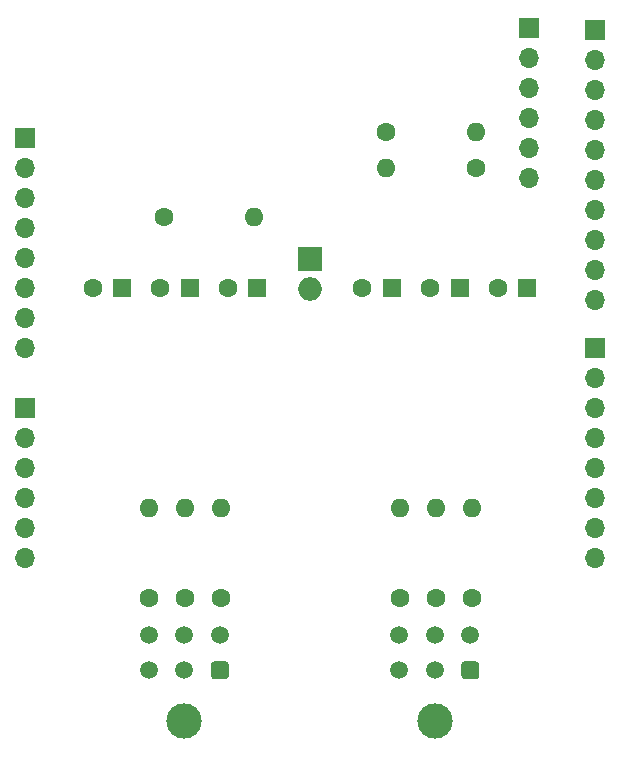
<source format=gbr>
%TF.GenerationSoftware,KiCad,Pcbnew,(5.1.10)-1*%
%TF.CreationDate,2021-09-10T15:59:41-05:00*%
%TF.ProjectId,ForceSensor,466f7263-6553-4656-9e73-6f722e6b6963,rev?*%
%TF.SameCoordinates,Original*%
%TF.FileFunction,Soldermask,Top*%
%TF.FilePolarity,Negative*%
%FSLAX46Y46*%
G04 Gerber Fmt 4.6, Leading zero omitted, Abs format (unit mm)*
G04 Created by KiCad (PCBNEW (5.1.10)-1) date 2021-09-10 15:59:41*
%MOMM*%
%LPD*%
G01*
G04 APERTURE LIST*
%ADD10R,1.600000X1.600000*%
%ADD11C,1.600000*%
%ADD12R,1.700000X1.700000*%
%ADD13O,1.700000X1.700000*%
%ADD14C,3.000000*%
%ADD15C,1.500000*%
%ADD16O,1.600000X1.600000*%
%ADD17R,2.000000X2.000000*%
%ADD18O,2.000000X2.000000*%
G04 APERTURE END LIST*
D10*
%TO.C,C1*%
X220980000Y-70485000D03*
D11*
X218480000Y-70485000D03*
%TD*%
D10*
%TO.C,C2*%
X226695000Y-70485000D03*
D11*
X224195000Y-70485000D03*
%TD*%
%TO.C,C3*%
X229910000Y-70485000D03*
D10*
X232410000Y-70485000D03*
%TD*%
D11*
%TO.C,C4*%
X241300000Y-70485000D03*
D10*
X243800000Y-70485000D03*
%TD*%
%TO.C,C5*%
X249555000Y-70485000D03*
D11*
X247055000Y-70485000D03*
%TD*%
%TO.C,C6*%
X252770000Y-70485000D03*
D10*
X255270000Y-70485000D03*
%TD*%
D12*
%TO.C,J4*%
X260985000Y-48641000D03*
D13*
X260985000Y-51181000D03*
X260985000Y-53721000D03*
X260985000Y-56261000D03*
X260985000Y-58801000D03*
X260985000Y-61341000D03*
X260985000Y-63881000D03*
X260985000Y-66421000D03*
X260985000Y-68961000D03*
X260985000Y-71501000D03*
%TD*%
D14*
%TO.C,J7*%
X226235000Y-107190000D03*
G36*
G01*
X229985000Y-102370000D02*
X229985000Y-103370000D01*
G75*
G02*
X229735000Y-103620000I-250000J0D01*
G01*
X228735000Y-103620000D01*
G75*
G02*
X228485000Y-103370000I0J250000D01*
G01*
X228485000Y-102370000D01*
G75*
G02*
X228735000Y-102120000I250000J0D01*
G01*
X229735000Y-102120000D01*
G75*
G02*
X229985000Y-102370000I0J-250000D01*
G01*
G37*
D15*
X226235000Y-102870000D03*
X223235000Y-102870000D03*
X229235000Y-99870000D03*
X226235000Y-99870000D03*
X223235000Y-99870000D03*
%TD*%
%TO.C,J8*%
X244444000Y-99870000D03*
X247444000Y-99870000D03*
X250444000Y-99870000D03*
X244444000Y-102870000D03*
X247444000Y-102870000D03*
G36*
G01*
X251194000Y-102370000D02*
X251194000Y-103370000D01*
G75*
G02*
X250944000Y-103620000I-250000J0D01*
G01*
X249944000Y-103620000D01*
G75*
G02*
X249694000Y-103370000I0J250000D01*
G01*
X249694000Y-102370000D01*
G75*
G02*
X249944000Y-102120000I250000J0D01*
G01*
X250944000Y-102120000D01*
G75*
G02*
X251194000Y-102370000I0J-250000D01*
G01*
G37*
D14*
X247444000Y-107190000D03*
%TD*%
D11*
%TO.C,R1*%
X243332000Y-57277000D03*
D16*
X250952000Y-57277000D03*
%TD*%
%TO.C,R2*%
X243332000Y-60325000D03*
D11*
X250952000Y-60325000D03*
%TD*%
%TO.C,R3*%
X223266000Y-96774000D03*
D16*
X223266000Y-89154000D03*
%TD*%
%TO.C,R4*%
X226314000Y-89154000D03*
D11*
X226314000Y-96774000D03*
%TD*%
D16*
%TO.C,R5*%
X229362000Y-89154000D03*
D11*
X229362000Y-96774000D03*
%TD*%
%TO.C,R6*%
X244475000Y-96774000D03*
D16*
X244475000Y-89154000D03*
%TD*%
%TO.C,R7*%
X247523000Y-89154000D03*
D11*
X247523000Y-96774000D03*
%TD*%
%TO.C,R8*%
X250571000Y-96774000D03*
D16*
X250571000Y-89154000D03*
%TD*%
D12*
%TO.C,J1*%
X255397000Y-48514000D03*
D13*
X255397000Y-51054000D03*
X255397000Y-53594000D03*
X255397000Y-56134000D03*
X255397000Y-58674000D03*
X255397000Y-61214000D03*
%TD*%
D12*
%TO.C,J2*%
X212725000Y-57785000D03*
D13*
X212725000Y-60325000D03*
X212725000Y-62865000D03*
X212725000Y-65405000D03*
X212725000Y-67945000D03*
X212725000Y-70485000D03*
X212725000Y-73025000D03*
X212725000Y-75565000D03*
%TD*%
%TO.C,J3*%
X212725000Y-93345000D03*
X212725000Y-90805000D03*
X212725000Y-88265000D03*
X212725000Y-85725000D03*
X212725000Y-83185000D03*
D12*
X212725000Y-80645000D03*
%TD*%
D13*
%TO.C,J5*%
X260985000Y-93345000D03*
X260985000Y-90805000D03*
X260985000Y-88265000D03*
X260985000Y-85725000D03*
X260985000Y-83185000D03*
X260985000Y-80645000D03*
X260985000Y-78105000D03*
D12*
X260985000Y-75565000D03*
%TD*%
D11*
%TO.C,R9*%
X224536000Y-64516000D03*
D16*
X232156000Y-64516000D03*
%TD*%
D17*
%TO.C,D1*%
X236855000Y-68072000D03*
D18*
X236855000Y-70612000D03*
%TD*%
M02*

</source>
